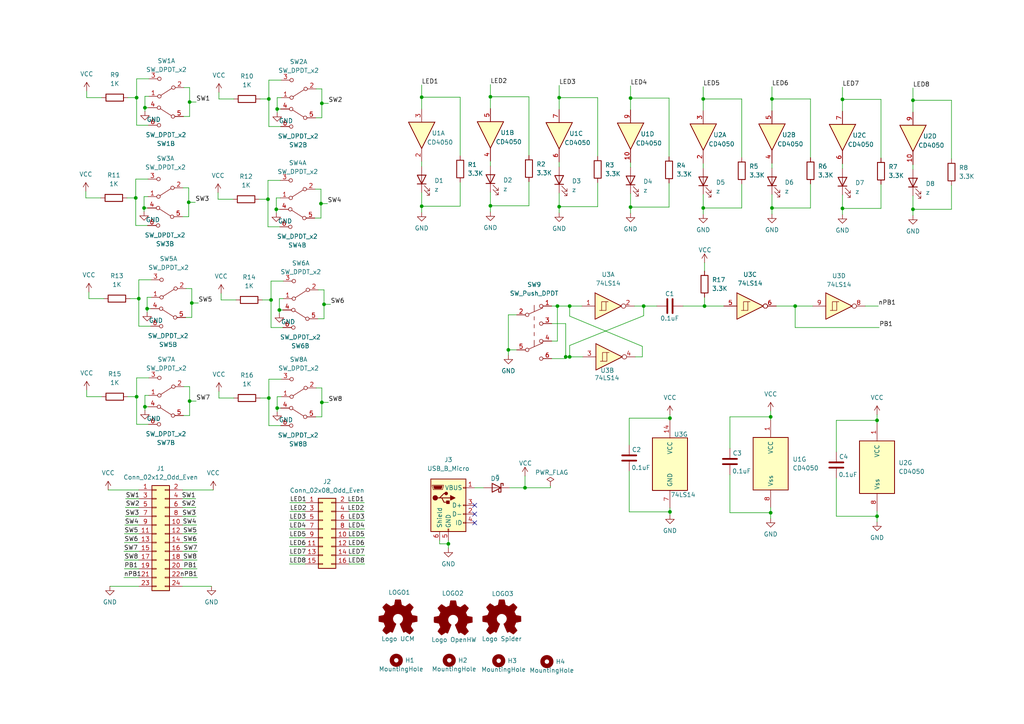
<source format=kicad_sch>
(kicad_sch (version 20211123) (generator eeschema)
  (paper "A4")
  (title_block (title "Spider board") (rev "1.0"))
  (junction (at 93.98 88.265))
  (junction (at 39.37 57.404))
  (junction (at 223.52 148.717))
  (junction (at 80.391 118.364))
  (junction (at 147.447 101.473))
  (junction (at 42.037 31.242))
  (junction (at 122.301 28.194))
  (junction (at 80.391 31.623))
  (junction (at 264.795 60.706))
  (junction (at 186.69 88.773))
  (junction (at 55.626 87.884))
  (junction (at 54.991 29.591))
  (junction (at 223.901 28.702))
  (junction (at 203.962 28.702))
  (junction (at 230.632 88.773))
  (junction (at 42.672 89.535))
  (junction (at 77.978 28.702))
  (junction (at 244.348 60.452))
  (junction (at 182.88 28.448))
  (junction (at 165.227 103.505))
  (junction (at 130.048 157.734))
  (junction (at 93.091 59.055))
  (junction (at 223.901 60.325))
  (junction (at 223.52 120.904))
  (junction (at 54.991 116.332))
  (junction (at 122.301 59.817))
  (junction (at 142.24 59.69))
  (junction (at 264.795 29.083))
  (junction (at 93.345 116.713))
  (junction (at 194.31 121.285))
  (junction (at 42.037 117.983))
  (junction (at 254.381 121.92))
  (junction (at 39.624 115.062))
  (junction (at 77.724 57.785))
  (junction (at 93.345 29.972))
  (junction (at 204.343 88.773))
  (junction (at 162.179 28.321))
  (junction (at 152.273 141.478))
  (junction (at 54.737 58.674))
  (junction (at 40.259 86.614))
  (junction (at 142.24 28.067))
  (junction (at 164.084 103.505))
  (junction (at 81.026 89.916))
  (junction (at 162.179 59.944))
  (junction (at 165.227 88.773))
  (junction (at 39.624 28.321))
  (junction (at 254.381 149.733))
  (junction (at 161.671 88.773))
  (junction (at 203.962 60.325))
  (junction (at 244.348 28.829))
  (junction (at 77.978 115.443))
  (junction (at 194.31 148.463))
  (junction (at 78.613 86.995))
  (junction (at 182.88 60.071))
  (junction (at 80.137 60.706))
  (junction (at 41.783 60.325))
  (no_connect (at 137.668 146.558))
  (no_connect (at 137.668 149.098))
  (no_connect (at 137.668 151.638))
  (wire (pts (xy 55.626 92.075) (xy 53.848 92.075)))
  (wire (pts (xy 230.632 88.773) (xy 235.712 88.773)))
  (wire (pts (xy 93.345 120.904) (xy 91.567 120.904)))
  (wire (pts (xy 77.978 23.241) (xy 77.978 28.702)))
  (wire (pts (xy 43.053 31.242) (xy 42.037 31.242)))
  (wire (pts (xy 203.962 25.146) (xy 203.962 28.702)))
  (wire (pts (xy 122.301 28.194) (xy 133.477 28.194)))
  (wire (pts (xy 39.624 28.321) (xy 39.624 36.322)))
  (wire (pts (xy 244.348 56.515) (xy 244.348 60.452)))
  (wire (pts (xy 36.068 154.813) (xy 40.259 154.813)))
  (wire (pts (xy 77.978 115.443) (xy 77.978 123.444)))
  (wire (pts (xy 54.737 54.483) (xy 54.737 58.674)))
  (wire (pts (xy 42.672 89.535) (xy 42.672 86.233)))
  (wire (pts (xy 43.18 109.601) (xy 39.624 109.601)))
  (wire (pts (xy 182.88 60.071) (xy 194.056 60.071)))
  (wire (pts (xy 244.348 47.498) (xy 244.348 48.895)))
  (wire (pts (xy 173.355 28.321) (xy 173.355 45.339)))
  (wire (pts (xy 93.98 92.456) (xy 92.202 92.456)))
  (wire (pts (xy 24.892 55.499) (xy 24.892 57.404)))
  (wire (pts (xy 81.407 31.623) (xy 80.391 31.623)))
  (wire (pts (xy 41.783 60.325) (xy 41.783 57.023)))
  (wire (pts (xy 76.073 86.995) (xy 78.613 86.995)))
  (wire (pts (xy 161.671 88.773) (xy 161.671 98.933)))
  (wire (pts (xy 39.624 115.062) (xy 39.624 123.063)))
  (wire (pts (xy 54.991 116.332) (xy 56.896 116.332)))
  (wire (pts (xy 242.57 131.064) (xy 242.57 121.92)))
  (wire (pts (xy 83.947 163.576) (xy 88.519 163.576)))
  (wire (pts (xy 264.795 32.512) (xy 264.795 29.083)))
  (wire (pts (xy 105.664 145.796) (xy 101.219 145.796)))
  (wire (pts (xy 40.259 94.615) (xy 43.688 94.615)))
  (wire (pts (xy 80.391 119.38) (xy 80.391 118.364)))
  (wire (pts (xy 78.613 86.995) (xy 78.613 94.996)))
  (wire (pts (xy 42.926 51.943) (xy 39.37 51.943)))
  (wire (pts (xy 203.962 60.325) (xy 203.962 62.103)))
  (wire (pts (xy 77.724 52.324) (xy 77.724 57.785)))
  (wire (pts (xy 63.246 55.88) (xy 63.246 57.785)))
  (wire (pts (xy 83.947 150.876) (xy 88.519 150.876)))
  (wire (pts (xy 42.037 31.242) (xy 42.037 27.94)))
  (wire (pts (xy 182.88 24.892) (xy 182.88 28.448)))
  (wire (pts (xy 162.179 24.765) (xy 162.179 28.321)))
  (wire (pts (xy 254.381 121.92) (xy 254.381 122.809)))
  (wire (pts (xy 264.795 25.527) (xy 264.795 29.083)))
  (wire (pts (xy 142.24 46.736) (xy 142.24 48.133)))
  (wire (pts (xy 55.626 87.884) (xy 55.626 92.075)))
  (wire (pts (xy 152.273 141.478) (xy 152.273 138.049)))
  (wire (pts (xy 203.962 60.325) (xy 215.138 60.325)))
  (wire (pts (xy 57.277 159.893) (xy 52.959 159.893)))
  (wire (pts (xy 53.086 54.483) (xy 54.737 54.483)))
  (wire (pts (xy 142.24 59.69) (xy 153.416 59.69)))
  (wire (pts (xy 182.499 148.463) (xy 194.31 148.463)))
  (wire (pts (xy 64.135 85.09) (xy 64.135 86.995)))
  (wire (pts (xy 84.074 148.336) (xy 88.519 148.336)))
  (wire (pts (xy 53.34 112.141) (xy 54.991 112.141)))
  (wire (pts (xy 105.791 150.876) (xy 101.219 150.876)))
  (wire (pts (xy 147.447 101.473) (xy 147.447 102.997)))
  (wire (pts (xy 223.901 56.388) (xy 223.901 60.325)))
  (wire (pts (xy 168.783 88.773) (xy 165.227 88.773)))
  (wire (pts (xy 43.053 117.983) (xy 42.037 117.983)))
  (wire (pts (xy 211.709 120.904) (xy 223.52 120.904)))
  (wire (pts (xy 130.048 157.734) (xy 130.048 159.004)))
  (wire (pts (xy 164.084 93.853) (xy 164.084 103.505)))
  (wire (pts (xy 147.828 141.478) (xy 152.273 141.478)))
  (wire (pts (xy 54.991 120.523) (xy 53.213 120.523)))
  (wire (pts (xy 130.048 156.718) (xy 130.048 157.734)))
  (wire (pts (xy 31.369 142.113) (xy 40.259 142.113)))
  (wire (pts (xy 235.077 53.34) (xy 235.077 60.325)))
  (wire (pts (xy 43.815 81.153) (xy 40.259 81.153)))
  (wire (pts (xy 165.227 100.203) (xy 186.69 91.567)))
  (wire (pts (xy 122.301 55.88) (xy 122.301 59.817)))
  (wire (pts (xy 223.901 47.371) (xy 223.901 48.768)))
  (wire (pts (xy 57.15 154.813) (xy 52.959 154.813)))
  (wire (pts (xy 142.24 24.511) (xy 142.24 28.067)))
  (wire (pts (xy 203.962 32.131) (xy 203.962 28.702)))
  (wire (pts (xy 54.737 62.865) (xy 52.959 62.865)))
  (wire (pts (xy 223.901 60.325) (xy 235.077 60.325)))
  (wire (pts (xy 152.273 141.478) (xy 159.639 141.478)))
  (wire (pts (xy 133.477 28.194) (xy 133.477 45.212)))
  (wire (pts (xy 127.508 157.734) (xy 130.048 157.734)))
  (wire (pts (xy 194.31 147.32) (xy 194.31 148.463)))
  (wire (pts (xy 142.24 59.69) (xy 142.24 61.468)))
  (wire (pts (xy 81.534 23.241) (xy 77.978 23.241)))
  (wire (pts (xy 198.12 88.773) (xy 204.343 88.773)))
  (wire (pts (xy 165.227 103.505) (xy 165.227 100.203)))
  (wire (pts (xy 57.023 152.273) (xy 52.959 152.273)))
  (wire (pts (xy 54.991 25.4) (xy 54.991 29.591)))
  (wire (pts (xy 264.795 56.769) (xy 264.795 60.706)))
  (wire (pts (xy 93.345 25.781) (xy 93.345 29.972)))
  (wire (pts (xy 182.499 129.032) (xy 182.499 121.285)))
  (wire (pts (xy 39.624 36.322) (xy 43.053 36.322)))
  (wire (pts (xy 211.709 130.048) (xy 211.709 120.904)))
  (wire (pts (xy 162.179 46.99) (xy 162.179 48.387)))
  (wire (pts (xy 149.86 101.473) (xy 147.447 101.473)))
  (wire (pts (xy 56.769 147.066) (xy 56.769 147.193)))
  (wire (pts (xy 127.508 156.718) (xy 127.508 157.734)))
  (wire (pts (xy 93.091 59.055) (xy 94.996 59.055)))
  (wire (pts (xy 242.57 121.92) (xy 254.381 121.92)))
  (wire (pts (xy 122.301 24.638) (xy 122.301 28.194)))
  (wire (pts (xy 36.449 144.653) (xy 40.259 144.653)))
  (wire (pts (xy 142.24 28.067) (xy 153.416 28.067)))
  (wire (pts (xy 25.146 26.416) (xy 25.146 28.321)))
  (wire (pts (xy 36.068 157.353) (xy 40.259 157.353)))
  (wire (pts (xy 63.5 113.538) (xy 63.5 115.443)))
  (wire (pts (xy 186.309 100.457) (xy 186.309 103.505)))
  (wire (pts (xy 244.348 60.452) (xy 255.524 60.452)))
  (wire (pts (xy 43.18 22.86) (xy 39.624 22.86)))
  (wire (pts (xy 36.068 164.973) (xy 40.259 164.973)))
  (wire (pts (xy 186.309 103.505) (xy 184.277 103.505)))
  (wire (pts (xy 204.343 88.773) (xy 204.343 86.233)))
  (wire (pts (xy 52.959 147.193) (xy 56.769 147.193)))
  (wire (pts (xy 105.791 158.496) (xy 101.219 158.496)))
  (wire (pts (xy 25.146 113.157) (xy 25.146 115.062)))
  (wire (pts (xy 244.348 28.829) (xy 255.524 28.829)))
  (wire (pts (xy 40.259 147.193) (xy 36.449 147.193)))
  (wire (pts (xy 223.52 120.904) (xy 223.52 121.793)))
  (wire (pts (xy 137.668 141.478) (xy 140.208 141.478)))
  (wire (pts (xy 42.037 114.681) (xy 43.18 114.681)))
  (wire (pts (xy 93.345 34.163) (xy 91.567 34.163)))
  (wire (pts (xy 81.534 109.982) (xy 77.978 109.982)))
  (wire (pts (xy 83.947 158.496) (xy 88.519 158.496)))
  (wire (pts (xy 41.783 61.341) (xy 41.783 60.325)))
  (wire (pts (xy 54.991 116.332) (xy 54.991 120.523)))
  (wire (pts (xy 122.301 31.623) (xy 122.301 28.194)))
  (wire (pts (xy 39.624 109.601) (xy 39.624 115.062)))
  (wire (pts (xy 63.5 28.702) (xy 67.818 28.702)))
  (wire (pts (xy 255.524 28.829) (xy 255.524 45.847)))
  (wire (pts (xy 244.348 25.273) (xy 244.348 28.829)))
  (wire (pts (xy 264.795 47.752) (xy 264.795 49.149)))
  (wire (pts (xy 264.795 60.706) (xy 275.971 60.706)))
  (wire (pts (xy 142.24 55.753) (xy 142.24 59.69)))
  (wire (pts (xy 182.88 28.448) (xy 194.056 28.448)))
  (wire (pts (xy 230.632 88.773) (xy 230.632 94.996)))
  (wire (pts (xy 54.991 112.141) (xy 54.991 116.332)))
  (wire (pts (xy 182.88 60.071) (xy 182.88 61.849)))
  (wire (pts (xy 75.438 115.443) (xy 77.978 115.443)))
  (wire (pts (xy 105.791 161.036) (xy 101.219 161.036)))
  (wire (pts (xy 83.947 161.036) (xy 88.519 161.036)))
  (wire (pts (xy 92.329 84.074) (xy 93.98 84.074)))
  (wire (pts (xy 194.31 121.285) (xy 194.31 121.92)))
  (wire (pts (xy 37.719 86.614) (xy 40.259 86.614)))
  (wire (pts (xy 75.438 28.702) (xy 77.978 28.702)))
  (wire (pts (xy 254.381 148.209) (xy 254.381 149.733)))
  (wire (pts (xy 204.343 88.773) (xy 209.931 88.773)))
  (wire (pts (xy 56.769 144.653) (xy 52.959 144.653)))
  (wire (pts (xy 275.971 29.083) (xy 275.971 46.101)))
  (wire (pts (xy 61.341 170.053) (xy 52.959 170.053)))
  (wire (pts (xy 57.15 157.353) (xy 52.959 157.353)))
  (wire (pts (xy 162.179 59.944) (xy 173.355 59.944)))
  (wire (pts (xy 81.026 90.932) (xy 81.026 89.916)))
  (wire (pts (xy 160.02 98.933) (xy 161.671 98.933)))
  (wire (pts (xy 93.98 88.265) (xy 93.98 92.456)))
  (wire (pts (xy 80.391 28.321) (xy 81.534 28.321)))
  (wire (pts (xy 223.52 147.193) (xy 223.52 148.717)))
  (wire (pts (xy 83.947 155.956) (xy 88.519 155.956)))
  (wire (pts (xy 81.026 89.916) (xy 81.026 86.614)))
  (wire (pts (xy 235.077 28.702) (xy 235.077 45.72)))
  (wire (pts (xy 93.345 116.713) (xy 95.25 116.713)))
  (wire (pts (xy 77.978 123.444) (xy 81.407 123.444)))
  (wire (pts (xy 56.896 149.733) (xy 52.959 149.733)))
  (wire (pts (xy 186.69 88.773) (xy 190.5 88.773)))
  (wire (pts (xy 54.737 58.674) (xy 54.737 62.865)))
  (wire (pts (xy 78.613 81.534) (xy 78.613 86.995)))
  (wire (pts (xy 153.416 28.067) (xy 153.416 45.085)))
  (wire (pts (xy 182.88 47.117) (xy 182.88 48.514)))
  (wire (pts (xy 91.44 54.864) (xy 93.091 54.864)))
  (wire (pts (xy 54.737 58.674) (xy 56.642 58.674)))
  (wire (pts (xy 105.791 163.576) (xy 101.219 163.576)))
  (wire (pts (xy 53.34 25.4) (xy 54.991 25.4)))
  (wire (pts (xy 77.724 57.785) (xy 77.724 65.786)))
  (wire (pts (xy 80.137 60.706) (xy 80.137 57.404)))
  (wire (pts (xy 93.98 88.265) (xy 95.885 88.265)))
  (wire (pts (xy 215.138 28.702) (xy 215.138 45.72)))
  (wire (pts (xy 264.795 60.706) (xy 264.795 62.484)))
  (wire (pts (xy 35.941 159.893) (xy 40.259 159.893)))
  (wire (pts (xy 244.348 32.258) (xy 244.348 28.829)))
  (wire (pts (xy 160.02 104.013) (xy 164.084 104.013)))
  (wire (pts (xy 162.179 28.321) (xy 173.355 28.321)))
  (wire (pts (xy 54.991 33.782) (xy 53.213 33.782)))
  (wire (pts (xy 80.391 31.623) (xy 80.391 28.321)))
  (wire (pts (xy 39.37 65.405) (xy 42.799 65.405)))
  (wire (pts (xy 42.672 86.233) (xy 43.815 86.233)))
  (wire (pts (xy 122.301 59.817) (xy 122.301 61.595)))
  (wire (pts (xy 36.83 57.404) (xy 39.37 57.404)))
  (wire (pts (xy 242.57 138.684) (xy 242.57 149.733)))
  (wire (pts (xy 165.227 91.694) (xy 186.309 100.457)))
  (wire (pts (xy 40.259 81.153) (xy 40.259 86.614)))
  (wire (pts (xy 147.447 101.473) (xy 147.447 91.313)))
  (wire (pts (xy 80.391 115.062) (xy 81.534 115.062)))
  (wire (pts (xy 25.781 86.614) (xy 30.099 86.614)))
  (wire (pts (xy 24.892 57.404) (xy 29.21 57.404)))
  (wire (pts (xy 91.694 112.522) (xy 93.345 112.522)))
  (wire (pts (xy 182.499 136.652) (xy 182.499 148.463)))
  (wire (pts (xy 203.962 56.388) (xy 203.962 60.325)))
  (wire (pts (xy 93.091 59.055) (xy 93.091 63.246)))
  (wire (pts (xy 254.381 120.269) (xy 254.381 121.92)))
  (wire (pts (xy 162.179 56.007) (xy 162.179 59.944)))
  (wire (pts (xy 25.146 28.321) (xy 29.464 28.321)))
  (wire (pts (xy 223.901 28.702) (xy 235.077 28.702)))
  (wire (pts (xy 225.171 88.773) (xy 230.632 88.773)))
  (wire (pts (xy 162.179 59.944) (xy 162.179 61.722)))
  (wire (pts (xy 36.322 149.733) (xy 40.259 149.733)))
  (wire (pts (xy 244.348 60.452) (xy 244.348 62.23)))
  (wire (pts (xy 203.962 28.702) (xy 215.138 28.702)))
  (wire (pts (xy 93.345 29.972) (xy 93.345 34.163)))
  (wire (pts (xy 53.975 83.693) (xy 55.626 83.693)))
  (wire (pts (xy 63.5 26.797) (xy 63.5 28.702)))
  (wire (pts (xy 93.345 29.972) (xy 95.25 29.972)))
  (wire (pts (xy 42.037 117.983) (xy 42.037 114.681)))
  (wire (pts (xy 39.37 51.943) (xy 39.37 57.404)))
  (wire (pts (xy 36.449 147.066) (xy 36.449 147.193)))
  (wire (pts (xy 250.952 88.773) (xy 254.762 88.773)))
  (wire (pts (xy 194.31 120.269) (xy 194.31 121.285)))
  (wire (pts (xy 105.791 153.416) (xy 101.219 153.416)))
  (wire (pts (xy 160.02 93.853) (xy 164.084 93.853)))
  (wire (pts (xy 91.694 25.781) (xy 93.345 25.781)))
  (wire (pts (xy 194.056 53.086) (xy 194.056 60.071)))
  (wire (pts (xy 43.688 89.535) (xy 42.672 89.535)))
  (wire (pts (xy 105.664 148.336) (xy 101.219 148.336)))
  (wire (pts (xy 57.277 167.513) (xy 52.959 167.513)))
  (wire (pts (xy 223.52 148.717) (xy 223.52 150.368)))
  (wire (pts (xy 83.947 153.416) (xy 88.519 153.416)))
  (wire (pts (xy 162.179 31.75) (xy 162.179 28.321)))
  (wire (pts (xy 25.781 84.709) (xy 25.781 86.614)))
  (wire (pts (xy 39.624 22.86) (xy 39.624 28.321)))
  (wire (pts (xy 42.037 118.999) (xy 42.037 117.983)))
  (wire (pts (xy 77.978 36.703) (xy 81.407 36.703)))
  (wire (pts (xy 37.084 28.321) (xy 39.624 28.321)))
  (wire (pts (xy 223.901 60.325) (xy 223.901 62.103)))
  (wire (pts (xy 57.15 162.433) (xy 52.959 162.433)))
  (wire (pts (xy 122.301 59.817) (xy 133.477 59.817)))
  (wire (pts (xy 84.074 145.796) (xy 88.519 145.796)))
  (wire (pts (xy 42.672 90.551) (xy 42.672 89.535)))
  (wire (pts (xy 39.37 57.404) (xy 39.37 65.405)))
  (wire (pts (xy 93.091 63.246) (xy 91.313 63.246)))
  (wire (pts (xy 42.037 32.258) (xy 42.037 31.242)))
  (wire (pts (xy 211.709 137.668) (xy 211.709 148.717)))
  (wire (pts (xy 93.345 112.522) (xy 93.345 116.713)))
  (wire (pts (xy 182.499 121.285) (xy 194.31 121.285)))
  (wire (pts (xy 41.783 57.023) (xy 42.926 57.023)))
  (wire (pts (xy 36.068 162.433) (xy 40.259 162.433)))
  (wire (pts (xy 204.343 76.2) (xy 204.343 78.613)))
  (wire (pts (xy 80.391 118.364) (xy 80.391 115.062)))
  (wire (pts (xy 80.137 57.404) (xy 81.28 57.404)))
  (wire (pts (xy 122.301 46.863) (xy 122.301 48.26)))
  (wire (pts (xy 105.791 155.956) (xy 101.219 155.956)))
  (wire (pts (xy 153.416 52.705) (xy 153.416 59.69)))
  (wire (pts (xy 81.28 52.324) (xy 77.724 52.324)))
  (wire (pts (xy 77.724 65.786) (xy 81.153 65.786)))
  (wire (pts (xy 31.877 170.053) (xy 40.259 170.053)))
  (wire (pts (xy 42.799 60.325) (xy 41.783 60.325)))
  (wire (pts (xy 161.671 88.773) (xy 165.227 88.773)))
  (wire (pts (xy 82.042 89.916) (xy 81.026 89.916)))
  (wire (pts (xy 159.639 141.478) (xy 159.639 140.97)))
  (wire (pts (xy 25.146 115.062) (xy 29.464 115.062)))
  (wire (pts (xy 223.901 25.146) (xy 223.901 28.702)))
  (wire (pts (xy 42.037 27.94) (xy 43.18 27.94)))
  (wire (pts (xy 75.184 57.785) (xy 77.724 57.785)))
  (wire (pts (xy 194.31 148.463) (xy 194.31 149.352)))
  (wire (pts (xy 77.978 28.702) (xy 77.978 36.703)))
  (wire (pts (xy 230.632 94.996) (xy 255.016 94.996)))
  (wire (pts (xy 203.962 47.371) (xy 203.962 48.768)))
  (wire (pts (xy 254.381 149.733) (xy 254.381 151.384)))
  (wire (pts (xy 55.626 87.884) (xy 57.531 87.884)))
  (wire (pts (xy 165.227 88.773) (xy 165.227 91.694)))
  (wire (pts (xy 78.613 94.996) (xy 82.042 94.996)))
  (wire (pts (xy 160.02 88.773) (xy 161.671 88.773)))
  (wire (pts (xy 37.084 115.062) (xy 39.624 115.062)))
  (wire (pts (xy 147.447 91.313) (xy 149.86 91.313)))
  (wire (pts (xy 194.056 28.448) (xy 194.056 45.466)))
  (wire (pts (xy 223.52 119.253) (xy 223.52 120.904)))
  (wire (pts (xy 215.138 53.34) (xy 215.138 60.325)))
  (wire (pts (xy 142.24 31.496) (xy 142.24 28.067)))
  (wire (pts (xy 93.091 54.864) (xy 93.091 59.055)))
  (wire (pts (xy 164.084 103.505) (xy 164.084 104.013)))
  (wire (pts (xy 40.259 86.614) (xy 40.259 94.615)))
  (wire (pts (xy 223.901 32.131) (xy 223.901 28.702)))
  (wire (pts (xy 169.037 103.505) (xy 165.227 103.505)))
  (wire (pts (xy 186.69 88.773) (xy 184.023 88.773)))
  (wire (pts (xy 64.135 86.995) (xy 68.453 86.995)))
  (wire (pts (xy 57.15 164.973) (xy 52.959 164.973)))
  (wire (pts (xy 63.246 57.785) (xy 67.564 57.785)))
  (wire (pts (xy 82.169 81.534) (xy 78.613 81.534)))
  (wire (pts (xy 275.971 53.721) (xy 275.971 60.706)))
  (wire (pts (xy 182.88 56.134) (xy 182.88 60.071)))
  (wire (pts (xy 133.477 52.832) (xy 133.477 59.817)))
  (wire (pts (xy 80.391 32.639) (xy 80.391 31.623)))
  (wire (pts (xy 211.709 148.717) (xy 223.52 148.717)))
  (wire (pts (xy 255.524 53.467) (xy 255.524 60.452)))
  (wire (pts (xy 81.407 118.364) (xy 80.391 118.364)))
  (wire (pts (xy 63.5 115.443) (xy 67.818 115.443)))
  (wire (pts (xy 186.69 91.567) (xy 186.69 88.773)))
  (wire (pts (xy 61.849 142.113) (xy 52.959 142.113)))
  (wire (pts (xy 77.978 109.982) (xy 77.978 115.443)))
  (wire (pts (xy 55.626 83.693) (xy 55.626 87.884)))
  (wire (pts (xy 39.624 123.063) (xy 43.053 123.063)))
  (wire (pts (xy 182.88 31.877) (xy 182.88 28.448)))
  (wire (pts (xy 35.941 167.513) (xy 40.259 167.513)))
  (wire (pts (xy 242.57 149.733) (xy 254.381 149.733)))
  (wire (pts (xy 81.153 60.706) (xy 80.137 60.706)))
  (wire (pts (xy 54.991 29.591) (xy 56.896 29.591)))
  (wire (pts (xy 93.98 84.074) (xy 93.98 88.265)))
  (wire (pts (xy 36.195 152.273) (xy 40.259 152.273)))
  (wire (pts (xy 93.345 116.713) (xy 93.345 120.904)))
  (wire (pts (xy 81.026 86.614) (xy 82.169 86.614)))
  (wire (pts (xy 173.355 52.959) (xy 173.355 59.944)))
  (wire (pts (xy 80.137 61.722) (xy 80.137 60.706)))
  (wire (pts (xy 264.795 29.083) (xy 275.971 29.083)))
  (wire (pts (xy 164.084 103.505) (xy 165.227 103.505)))
  (wire (pts (xy 54.991 29.591) (xy 54.991 33.782)))
  (label "LED5" (at 105.791 155.956 180))
  (label "SW5" (at 57.15 154.813 180))
  (label "LED1" (at 84.074 145.796 0))
  (label "LED8" (at 83.947 163.576 0))
  (label "LED6" (at 83.947 158.496 0))
  (label "LED2" (at 142.24 24.511 0))
  (label "PB1" (at 255.016 94.996 0))
  (label "LED3" (at 83.947 150.876 0))
  (label "LED6" (at 223.901 25.146 0))
  (label "LED3" (at 162.179 24.765 0))
  (label "SW2" (at 56.769 147.066 180))
  (label "SW8" (at 95.25 116.713 0))
  (label "LED4" (at 182.88 24.892 0))
  (label "SW6" (at 36.068 157.353 0))
  (label "LED1" (at 122.301 24.638 0))
  (label "SW3" (at 56.896 149.733 180))
  (label "SW1" (at 56.896 29.591 0))
  (label "LED7" (at 83.947 161.036 0))
  (label "nPB1" (at 254.762 88.773 0))
  (label "LED8" (at 105.791 163.576 180))
  (label "LED8" (at 264.795 25.527 0))
  (label "LED2" (at 105.664 148.336 180))
  (label "LED4" (at 83.947 153.416 0))
  (label "SW2" (at 95.25 29.972 0))
  (label "PB1" (at 57.15 164.973 180))
  (label "SW1" (at 36.449 144.653 0))
  (label "nPB1" (at 57.277 167.513 180))
  (label "SW1" (at 56.769 144.653 180))
  (label "PB1" (at 36.068 164.973 0))
  (label "SW7" (at 35.941 159.893 0))
  (label "SW5" (at 36.068 154.813 0))
  (label "SW4" (at 36.195 152.273 0))
  (label "nPB1" (at 35.941 167.513 0))
  (label "SW4" (at 94.996 59.055 0))
  (label "SW3" (at 36.322 149.733 0))
  (label "SW2" (at 36.449 147.066 0))
  (label "LED4" (at 105.791 153.416 180))
  (label "LED7" (at 105.791 161.036 180))
  (label "LED3" (at 105.791 150.876 180))
  (label "SW7" (at 56.896 116.332 0))
  (label "LED5" (at 83.947 155.956 0))
  (label "LED1" (at 105.664 145.796 180))
  (label "LED5" (at 203.962 25.146 0))
  (label "SW7" (at 57.277 159.893 180))
  (label "LED7" (at 244.348 25.273 0))
  (label "SW4" (at 57.023 152.273 180))
  (label "SW6" (at 95.885 88.265 0))
  (label "SW8" (at 57.15 162.433 180))
  (label "SW6" (at 57.15 157.353 180))
  (label "SW5" (at 57.531 87.884 0))
  (label "SW3" (at 56.642 58.674 0))
  (label "LED2" (at 84.074 148.336 0))
  (label "LED6" (at 105.791 158.496 180))
  (label "SW8" (at 36.068 162.433 0))
  (symbol (lib_id "Spiderlib:CD4050") (at 122.301 39.243 270) (unit 1)
    (property "Reference" "U1" (at 125.222 38.608 90) (effects (justify left)))
    (property "Value" "CD4050" (at 123.825 41.275 90) (effects (justify left)))
    (property "Footprint" "Package_SO:SOIC-16W_7.5x10.3mm_P1.27mm" (effects hide))
    (property "Datasheet" "http://www.ti.com/general/docs/suppproductinfo.tsp?distId=26&gotoUrl=http%3A%2F%2Fwww.ti.com%2Flit%2Fgpn%2Fcd4050b" (effects hide))
    (property "MPN" "CD4050BDW" (effects hide))
    (property "Manufacturer" "Texas Instruments" (effects hide))
    (property "Part Link" "https://www.mouser.es/ProductDetail/Texas-Instruments/CD4050BDW?qs=UFeyouyReuFtQw34vnZWGA%3D%3D" (effects hide))
  )
  (symbol (lib_id "Device:R") (at 255.524 49.657 0) (unit 1)
    (property "Reference" "R7" (at 257.683 48.3869 0) (effects (justify left)))
    (property "Value" "3.3K" (at 257.683 50.9269 0) (effects (justify left)))
    (property "Footprint" "Resistor_SMD:R_0805_2012Metric_Pad1.20x1.40mm_HandSolder" (effects hide))
    (property "Datasheet" "https://www.mouser.es/datasheet/2/315/AOA0000C328-1530132.pdf" (effects hide))
    (property "MPN" "ERJ-PB6B3303V" (effects hide))
    (property "Manufacturer" "Panasonic" (effects hide))
    (property "Part Link" "https://www.mouser.es/ProductDetail/Panasonic/ERJ-PB6B3303V?qs=sGAEpiMZZMvdGkrng054t7cDzLmcuirtNBvSLtmfMmYl77joTwPJ5A%3D%3D" (effects hide))
  )
  (symbol (lib_id "power:GND") (at 264.795 62.484 0) (unit 1)
    (property "Reference" "#PWR010" (effects hide))
    (property "Value" "GND" (at 264.795 67.056 0))
  )
  (symbol (lib_id "power:GND") (at 182.88 61.849 0) (unit 1)
    (property "Reference" "#PWR06" (effects hide))
    (property "Value" "GND" (at 182.88 66.421 0))
  )
  (symbol (lib_id "Device:LED") (at 264.795 52.959 90) (unit 1)
    (property "Reference" "D8" (at 268.478 53.2764 90) (effects (justify right)))
    (property "Value" "z" (at 268.478 55.8164 90) (effects (justify right)))
    (property "Footprint" "LED_SMD:LED_0603_1608Metric_Pad1.05x0.95mm_HandSolder" (effects hide))
    (property "Datasheet" "https://www.mouser.es/datasheet/2/239/lite-on_lite-s-a0004283979-1-1749859.pdf" (effects hide))
    (property "MPN" "LTST-C193KRKT-2A" (effects hide))
    (property "Manufacturer" "Lite-On" (effects hide))
    (property "Part Link" "https://www.mouser.es/ProductDetail/Lite-On/LTST-C193KRKT-2A?qs=gTYE2QTfZfR%2Fn%2F75wQdYig%3D%3D" (effects hide))
  )
  (symbol (lib_id "Graphic:Logo_Open_Hardware_Small") (at 115.443 179.578 0) (unit 1) (in_bom no)
    (property "Reference" "LOGO1" (at 115.824 171.831 0))
    (property "Value" "Logo UCM" (at 115.443 185.293 0))
    (property "Footprint" "spider:UCMLogo_169_169" (effects hide))
  )
  (symbol (lib_id "Mechanical:MountingHole") (at 130.302 191.516 0) (unit 1) (in_bom no)
    (property "Reference" "H2" (at 132.842 191.516 0) (effects (justify left)))
    (property "Value" "MountingHole" (at 125.222 194.056 0) (effects (justify left)))
    (property "Footprint" "MountingHole:MountingHole_2.7mm_M2.5" (effects hide))
  )
  (symbol (lib_id "power:GND") (at 130.048 159.004 0) (unit 1)
    (property "Reference" "#PWR033" (effects hide))
    (property "Value" "GND" (at 130.048 163.576 0))
  )
  (symbol (lib_id "Connector_Generic:Conn_02x12_Odd_Even") (at 45.339 154.813 0) (unit 1)
    (property "Reference" "J1" (at 46.609 135.89 0))
    (property "Value" "Conn_02x12_Odd_Even" (at 46.609 138.43 0))
    (property "Footprint" "Connector_PinHeader_2.54mm:PinHeader_2x12_P2.54mm_Vertical_SMD" (effects hide))
    (property "Datasheet" "https://www.mouser.es/datasheet/2/527/ssm_sm-2853675.pdf" (effects hide))
    (property "MPN" "SSM-112-L-DV" (effects hide))
    (property "Manufacturer" "Samtec" (effects hide))
    (property "Part Link" "https://www.mouser.es/ProductDetail/Samtec/SSM-112-L-DV?qs=rU5fayqh%252BE2aaOd7i0%2Fauw%3D%3D" (effects hide))
  )
  (symbol (lib_id "Device:C") (at 194.31 88.773 90) (unit 1)
    (property "Reference" "C1" (at 195.58 85.217 90) (effects (justify left)))
    (property "Value" "0.1uF" (at 196.977 92.329 90) (effects (justify left)))
    (property "Footprint" "Capacitor_SMD:C_0603_1608Metric_Pad1.08x0.95mm_HandSolder" (effects hide))
    (property "Datasheet" "https://www.mouser.es/datasheet/2/212/KEM_C1002_X7R_SMD-1102033.pdf" (effects hide))
    (property "MPN" "C0603C104J4RACTU" (effects hide))
    (property "Manufacturer" "KEMET" (effects hide))
    (property "Part Link" "https://www.mouser.es/ProductDetail/KEMET/C0603C104J4RACTU?qs=kWB%252BwhWP5%2Ff1r72Va246xA%3D%3D" (effects hide))
  )
  (symbol (lib_id "Diode:MBRA340") (at 144.018 141.478 0) (mirror y) (unit 1)
    (property "Reference" "D9" (at 143.637 138.811 0))
    (property "Value" "~" (at 144.3355 137.795 0))
    (property "Footprint" "Diode_SMD:D_SMA" (effects hide))
    (property "Datasheet" "https://www.mouser.es/datasheet/2/115/DIOD_S_A0012994412_1-2543853.pdf" (effects hide))
    (property "MPN" "B340AE-13" (effects hide))
    (property "Manufacturer" "Diodes Incorporated" (effects hide))
    (property "Part Link" "https://www.mouser.es/ProductDetail/Diodes-Incorporated/B340AE-13?qs=AQlKX63v8RvAST10fNtOkQ%3D%3D" (effects hide))
  )
  (symbol (lib_id "power:GND") (at 147.447 102.997 0) (unit 1)
    (property "Reference" "#PWR031" (effects hide))
    (property "Value" "GND" (at 147.447 107.569 0))
  )
  (symbol (lib_id "Spiderlib:CD4050") (at 223.901 39.751 270) (unit 2)
    (property "Reference" "U2" (at 226.822 39.116 90) (effects (justify left)))
    (property "Value" "CD4050" (at 225.425 41.783 90) (effects (justify left)))
    (property "Footprint" "Package_SO:SOIC-16W_7.5x10.3mm_P1.27mm" (effects hide))
    (property "Datasheet" "http://www.ti.com/general/docs/suppproductinfo.tsp?distId=26&gotoUrl=http%3A%2F%2Fwww.ti.com%2Flit%2Fgpn%2Fcd4050b" (effects hide))
    (property "MPN" "CD4050BDW" (effects hide))
    (property "Manufacturer" "Texas Instruments" (effects hide))
    (property "Part Link" "https://www.mouser.es/ProductDetail/Texas-Instruments/CD4050BDW?qs=UFeyouyReuFtQw34vnZWGA%3D%3D" (effects hide))
  )
  (symbol (lib_id "74xx:74LS14") (at 217.551 88.773 0) (unit 3)
    (property "Reference" "U3" (at 217.551 79.629 0))
    (property "Value" "74LS14" (at 217.551 82.169 0))
    (property "Footprint" "Package_SO:SSOP-14_5.3x6.2mm_P0.65mm" (effects hide))
    (property "Datasheet" "http://www.ti.com/general/docs/suppproductinfo.tsp?distId=26&gotoUrl=http%3A%2F%2Fwww.ti.com%2Flit%2Fgpn%2Fsn74ls14" (effects hide))
    (property "Part Link" "https://www.mouser.es/ProductDetail/Texas-Instruments/SN74LS14DBR?qs=SL3LIuy2dWzQNDnjh1maBg%3D%3D" (effects hide))
    (property "MPN" "SN74LS14DBR" (effects hide))
    (property "Manufacturer" "Texas Instruments" (effects hide))
  )
  (symbol (lib_id "power:GND") (at 42.037 32.258 0) (unit 1)
    (property "Reference" "#PWR014" (effects hide))
    (property "Value" "GND" (at 44.577 34.671 0))
  )
  (symbol (lib_id "power:GND") (at 142.24 61.468 0) (unit 1)
    (property "Reference" "#PWR04" (effects hide))
    (property "Value" "GND" (at 142.24 66.04 0))
  )
  (symbol (lib_id "power:VCC") (at 194.31 120.269 0) (unit 1)
    (property "Reference" "#PWR029" (effects hide))
    (property "Value" "VCC" (at 194.31 115.316 0))
  )
  (symbol (lib_id "Switch:SW_DPDT_x2") (at 48.895 83.693 180) (unit 1)
    (property "Reference" "SW5" (at 48.895 75.057 0))
    (property "Value" "SW_DPDT_x2" (at 48.895 77.597 0))
    (property "Footprint" "spider:SW_DPDT" (effects hide))
    (property "Datasheet" "https://www.mouser.es/datasheet/2/60/js-1841892.pdf" (effects hide))
    (property "MPN" "JS202011SCQN" (effects hide))
    (property "Manufacturer" "C&K" (effects hide))
    (property "Part Link" "https://www.mouser.es/ProductDetail/CK/JS202011SCQN?qs=LgMIjt8LuD95JYWxZ7NvZA%3D%3D" (effects hide))
  )
  (symbol (lib_id "Switch:SW_DPDT_x2") (at 86.233 63.246 0) (mirror y) (unit 2)
    (property "Reference" "SW4" (at 86.233 71.12 0))
    (property "Value" "SW_DPDT_x2" (at 86.233 68.58 0))
    (property "Footprint" "spider:SW_DPDT" (effects hide))
    (property "Datasheet" "https://www.mouser.es/datasheet/2/60/js-1841892.pdf" (effects hide))
    (property "MPN" "JS202011SCQN" (effects hide))
    (property "Manufacturer" "C&K" (effects hide))
    (property "Part Link" "https://www.mouser.es/ProductDetail/CK/JS202011SCQN?qs=LgMIjt8LuD95JYWxZ7NvZA%3D%3D" (effects hide))
  )
  (symbol (lib_id "power:VCC") (at 25.146 26.416 0) (unit 1)
    (property "Reference" "#PWR013" (effects hide))
    (property "Value" "VCC" (at 25.146 21.463 0))
  )
  (symbol (lib_id "Graphic:Logo_Open_Hardware_Small") (at 145.542 179.578 0) (unit 1) (in_bom no)
    (property "Reference" "LOGO3" (at 145.796 172.212 0))
    (property "Value" "Logo Spider" (at 145.542 185.293 0))
    (property "Footprint" "spider:spider_logo" (effects hide))
  )
  (symbol (lib_id "power:VCC") (at 25.781 84.709 0) (unit 1)
    (property "Reference" "#PWR021" (effects hide))
    (property "Value" "VCC" (at 25.781 79.756 0))
  )
  (symbol (lib_id "Spiderlib:CD4050") (at 182.88 39.497 270) (unit 4)
    (property "Reference" "U1" (at 185.801 38.862 90) (effects (justify left)))
    (property "Value" "CD4050" (at 184.404 41.529 90) (effects (justify left)))
    (property "Footprint" "Package_SO:SOIC-16W_7.5x10.3mm_P1.27mm" (effects hide))
    (property "Datasheet" "http://www.ti.com/general/docs/suppproductinfo.tsp?distId=26&gotoUrl=http%3A%2F%2Fwww.ti.com%2Flit%2Fgpn%2Fcd4050b" (effects hide))
    (property "MPN" "CD4050BDW" (effects hide))
    (property "Manufacturer" "Texas Instruments" (effects hide))
    (property "Part Link" "https://www.mouser.es/ProductDetail/Texas-Instruments/CD4050BDW?qs=UFeyouyReuFtQw34vnZWGA%3D%3D" (effects hide))
  )
  (symbol (lib_id "Mechanical:MountingHole") (at 158.623 191.897 0) (unit 1) (in_bom no)
    (property "Reference" "H4" (at 161.163 191.897 0) (effects (justify left)))
    (property "Value" "MountingHole" (at 153.543 194.437 0) (effects (justify left)))
    (property "Footprint" "MountingHole:MountingHole_2.7mm_M2.5" (effects hide))
  )
  (symbol (lib_id "Device:LED") (at 142.24 51.943 90) (unit 1)
    (property "Reference" "D2" (at 145.923 52.2604 90) (effects (justify right)))
    (property "Value" "z" (at 145.923 54.8004 90) (effects (justify right)))
    (property "Footprint" "LED_SMD:LED_0603_1608Metric_Pad1.05x0.95mm_HandSolder" (effects hide))
    (property "Datasheet" "https://www.mouser.es/datasheet/2/239/lite-on_lite-s-a0004283979-1-1749859.pdf" (effects hide))
    (property "MPN" "LTST-C193KRKT-2A" (effects hide))
    (property "Manufacturer" "Lite-On" (effects hide))
    (property "Part Link" "https://www.mouser.es/ProductDetail/Lite-On/LTST-C193KRKT-2A?qs=gTYE2QTfZfR%2Fn%2F75wQdYig%3D%3D" (effects hide))
  )
  (symbol (lib_id "Spiderlib:CD4050") (at 203.962 39.751 270) (unit 1)
    (property "Reference" "U2" (at 206.883 39.116 90) (effects (justify left)))
    (property "Value" "CD4050" (at 205.486 41.783 90) (effects (justify left)))
    (property "Footprint" "Package_SO:SOIC-16W_7.5x10.3mm_P1.27mm" (effects hide))
    (property "Datasheet" "http://www.ti.com/general/docs/suppproductinfo.tsp?distId=26&gotoUrl=http%3A%2F%2Fwww.ti.com%2Flit%2Fgpn%2Fcd4050b" (effects hide))
    (property "MPN" "CD4050BDW" (effects hide))
    (property "Manufacturer" "Texas Instruments" (effects hide))
    (property "Part Link" "https://www.mouser.es/ProductDetail/Texas-Instruments/CD4050BDW?qs=UFeyouyReuFtQw34vnZWGA%3D%3D" (effects hide))
  )
  (symbol (lib_id "Device:R") (at 71.374 57.785 90) (unit 1)
    (property "Reference" "R12" (at 71.374 51.181 90))
    (property "Value" "1K" (at 71.374 53.721 90))
    (property "Footprint" "Resistor_SMD:R_0805_2012Metric_Pad1.20x1.40mm_HandSolder" (effects hide))
    (property "Datasheet" "https://www.mouser.es/datasheet/2/315/AOA0000C307-1149632.pdf" (effects hide))
    (property "MPN" "ERA-6AEB102V" (effects hide))
    (property "Manufacturer" "Panasonic" (effects hide))
    (property "Part Link" "https://www.mouser.es/ProductDetail/Panasonic/ERA-6AEB102V?qs=sGAEpiMZZMvdGkrng054t8AJgcdMkx7xYiU1Z2tYd1o%3D" (effects hide))
  )
  (symbol (lib_id "Switch:SW_DPDT_x2") (at 86.614 112.522 180) (unit 1)
    (property "Reference" "SW8" (at 86.614 104.267 0))
    (property "Value" "SW_DPDT_x2" (at 86.614 106.807 0))
    (property "Footprint" "spider:SW_DPDT" (effects hide))
    (property "Datasheet" "https://www.mouser.es/datasheet/2/60/js-1841892.pdf" (effects hide))
    (property "MPN" "JS202011SCQN" (effects hide))
    (property "Manufacturer" "C&K" (effects hide))
    (property "Part Link" "https://www.mouser.es/ProductDetail/CK/JS202011SCQN?qs=LgMIjt8LuD95JYWxZ7NvZA%3D%3D" (effects hide))
  )
  (symbol (lib_id "Spiderlib:CD4050") (at 244.348 39.878 270) (unit 3)
    (property "Reference" "U2" (at 247.269 39.243 90) (effects (justify left)))
    (property "Value" "CD4050" (at 245.872 41.91 90) (effects (justify left)))
    (property "Footprint" "Package_SO:SOIC-16W_7.5x10.3mm_P1.27mm" (effects hide))
    (property "Datasheet" "http://www.ti.com/general/docs/suppproductinfo.tsp?distId=26&gotoUrl=http%3A%2F%2Fwww.ti.com%2Flit%2Fgpn%2Fcd4050b" (effects hide))
    (property "MPN" "CD4050BDW" (effects hide))
    (property "Manufacturer" "Texas Instruments" (effects hide))
    (property "Part Link" "https://www.mouser.es/ProductDetail/Texas-Instruments/CD4050BDW?qs=UFeyouyReuFtQw34vnZWGA%3D%3D" (effects hide))
  )
  (symbol (lib_id "Device:C") (at 242.57 134.874 0) (unit 1)
    (property "Reference" "C4" (at 243.332 132.461 0) (effects (justify left)))
    (property "Value" "0.1uF" (at 243.205 137.668 0) (effects (justify left)))
    (property "Footprint" "Capacitor_SMD:C_0603_1608Metric_Pad1.08x0.95mm_HandSolder" (effects hide))
    (property "Datasheet" "https://www.mouser.es/datasheet/2/212/KEM_C1002_X7R_SMD-1102033.pdf" (effects hide))
    (property "MPN" "C0603C104J4RACTU" (effects hide))
    (property "Manufacturer" "KEMET" (effects hide))
    (property "Part Link" "https://www.mouser.es/ProductDetail/KEMET/C0603C104J4RACTU?qs=kWB%252BwhWP5%2Ff1r72Va246xA%3D%3D" (effects hide))
  )
  (symbol (lib_id "Device:R") (at 173.355 49.149 0) (unit 1)
    (property "Reference" "R3" (at 175.514 47.8789 0) (effects (justify left)))
    (property "Value" "3.3K" (at 175.514 50.4189 0) (effects (justify left)))
    (property "Footprint" "Resistor_SMD:R_0805_2012Metric_Pad1.20x1.40mm_HandSolder" (effects hide))
    (property "Datasheet" "https://www.mouser.es/datasheet/2/315/AOA0000C328-1530132.pdf" (effects hide))
    (property "MPN" "ERJ-PB6B3303V" (effects hide))
    (property "Manufacturer" "Panasonic" (effects hide))
    (property "Part Link" "https://www.mouser.es/ProductDetail/Panasonic/ERJ-PB6B3303V?qs=sGAEpiMZZMvdGkrng054t7cDzLmcuirtNBvSLtmfMmYl77joTwPJ5A%3D%3D" (effects hide))
  )
  (symbol (lib_id "Device:R") (at 33.909 86.614 90) (unit 1)
    (property "Reference" "R13" (at 33.909 80.01 90))
    (property "Value" "1K" (at 33.909 82.55 90))
    (property "Footprint" "Resistor_SMD:R_0805_2012Metric_Pad1.20x1.40mm_HandSolder" (effects hide))
    (property "Datasheet" "https://www.mouser.es/datasheet/2/315/AOA0000C307-1149632.pdf" (effects hide))
    (property "MPN" "ERA-6AEB102V" (effects hide))
    (property "Manufacturer" "Panasonic" (effects hide))
    (property "Part Link" "https://www.mouser.es/ProductDetail/Panasonic/ERA-6AEB102V?qs=sGAEpiMZZMvdGkrng054t8AJgcdMkx7xYiU1Z2tYd1o%3D" (effects hide))
  )
  (symbol (lib_id "power:VCC") (at 61.849 142.113 0) (unit 1)
    (property "Reference" "#PWR0101" (effects hide))
    (property "Value" "VCC" (at 61.849 137.16 0))
  )
  (symbol (lib_id "74xx:74LS14") (at 194.31 134.62 0) (unit 7)
    (property "Reference" "U3" (at 197.485 125.984 0))
    (property "Value" "74LS14" (at 198.12 143.51 0))
    (property "Footprint" "Package_SO:SSOP-14_5.3x6.2mm_P0.65mm" (effects hide))
    (property "Datasheet" "http://www.ti.com/general/docs/suppproductinfo.tsp?distId=26&gotoUrl=http%3A%2F%2Fwww.ti.com%2Flit%2Fgpn%2Fsn74ls14" (effects hide))
    (property "Part Link" "https://www.mouser.es/ProductDetail/Texas-Instruments/SN74LS14DBR?qs=SL3LIuy2dWzQNDnjh1maBg%3D%3D" (effects hide))
    (property "MPN" "SN74LS14DBR" (effects hide))
    (property "Manufacturer" "Texas Instruments" (effects hide))
  )
  (symbol (lib_id "power:VCC") (at 63.246 55.88 0) (unit 1)
    (property "Reference" "#PWR018" (effects hide))
    (property "Value" "VCC" (at 63.246 50.927 0))
  )
  (symbol (lib_id "Device:LED") (at 122.301 52.07 90) (unit 1)
    (property "Reference" "D1" (at 125.984 52.3874 90) (effects (justify right)))
    (property "Value" "z" (at 125.984 54.9274 90) (effects (justify right)))
    (property "Footprint" "LED_SMD:LED_0603_1608Metric_Pad1.05x0.95mm_HandSolder" (effects hide))
    (property "Datasheet" "https://www.mouser.es/datasheet/2/239/lite-on_lite-s-a0004283979-1-1749859.pdf" (effects hide))
    (property "MPN" "LTST-C193KRKT-2A" (effects hide))
    (property "Manufacturer" "Lite-On" (effects hide))
    (property "Part Link" "https://www.mouser.es/ProductDetail/Lite-On/LTST-C193KRKT-2A?qs=gTYE2QTfZfR%2Fn%2F75wQdYig%3D%3D" (effects hide))
  )
  (symbol (lib_id "power:GND") (at 162.179 61.722 0) (unit 1)
    (property "Reference" "#PWR05" (effects hide))
    (property "Value" "GND" (at 162.179 66.294 0))
  )
  (symbol (lib_id "Device:LED") (at 182.88 52.324 90) (unit 1)
    (property "Reference" "D4" (at 186.563 52.6414 90) (effects (justify right)))
    (property "Value" "z" (at 186.563 55.1814 90) (effects (justify right)))
    (property "Footprint" "LED_SMD:LED_0603_1608Metric_Pad1.05x0.95mm_HandSolder" (effects hide))
    (property "Datasheet" "https://www.mouser.es/datasheet/2/239/lite-on_lite-s-a0004283979-1-1749859.pdf" (effects hide))
    (property "MPN" "LTST-C193KRKT-2A" (effects hide))
    (property "Manufacturer" "Lite-On" (effects hide))
    (property "Part Link" "https://www.mouser.es/ProductDetail/Lite-On/LTST-C193KRKT-2A?qs=gTYE2QTfZfR%2Fn%2F75wQdYig%3D%3D" (effects hide))
  )
  (symbol (lib_id "74xx:74LS14") (at 243.332 88.773 0) (unit 4)
    (property "Reference" "U3" (at 243.332 80.01 0))
    (property "Value" "74LS14" (at 243.332 82.55 0))
    (property "Footprint" "Package_SO:SSOP-14_5.3x6.2mm_P0.65mm" (effects hide))
    (property "Datasheet" "http://www.ti.com/general/docs/suppproductinfo.tsp?distId=26&gotoUrl=http%3A%2F%2Fwww.ti.com%2Flit%2Fgpn%2Fsn74ls14" (effects hide))
    (property "Part Link" "https://www.mouser.es/ProductDetail/Texas-Instruments/SN74LS14DBR?qs=SL3LIuy2dWzQNDnjh1maBg%3D%3D" (effects hide))
    (property "MPN" "SN74LS14DBR" (effects hide))
    (property "Manufacturer" "Texas Instruments" (effects hide))
  )
  (symbol (lib_id "power:GND") (at 80.391 32.639 0) (unit 1)
    (property "Reference" "#PWR016" (effects hide))
    (property "Value" "GND" (at 82.931 35.052 0))
  )
  (symbol (lib_id "Connector_Generic:Conn_02x08_Odd_Even") (at 93.599 153.416 0) (unit 1)
    (property "Reference" "J2" (at 94.869 139.7 0))
    (property "Value" "Conn_02x08_Odd_Even" (at 94.869 142.24 0))
    (property "Footprint" "Connector_PinHeader_2.54mm:PinHeader_2x08_P2.54mm_Vertical_SMD" (effects hide))
    (property "Datasheet" "https://www.mouser.es/datasheet/2/527/ssm_sm-2853675.pdf" (effects hide))
    (property "MPN" "SSM-108-F-DV-K-TR" (effects hide))
    (property "Manufacturer" "Samtec" (effects hide))
    (property "Part Link" "https://www.mouser.es/ProductDetail/Samtec/SSM-108-F-DV-K-TR?qs=%252BZP6%2F%252BtExtDuuLV%2Fw6Rg7w%3D%3D" (effects hide))
  )
  (symbol (lib_id "Mechanical:MountingHole") (at 144.653 191.643 0) (unit 1) (in_bom no)
    (property "Reference" "H3" (at 147.193 191.643 0) (effects (justify left)))
    (property "Value" "MountingHole" (at 139.573 194.183 0) (effects (justify left)))
    (property "Footprint" "MountingHole:MountingHole_2.7mm_M2.5" (effects hide))
  )
  (symbol (lib_id "power:GND") (at 80.137 61.722 0) (unit 1)
    (property "Reference" "#PWR020" (effects hide))
    (property "Value" "GND" (at 82.677 64.135 0))
  )
  (symbol (lib_id "Device:R") (at 33.274 28.321 90) (unit 1)
    (property "Reference" "R9" (at 33.274 21.717 90))
    (property "Value" "1K" (at 33.274 24.257 90))
    (property "Footprint" "Resistor_SMD:R_0805_2012Metric_Pad1.20x1.40mm_HandSolder" (effects hide))
    (property "Datasheet" "https://www.mouser.es/datasheet/2/315/AOA0000C307-1149632.pdf" (effects hide))
    (property "MPN" "ERA-6AEB102V" (effects hide))
    (property "Manufacturer" "Panasonic" (effects hide))
    (property "Part Link" "https://www.mouser.es/ProductDetail/Panasonic/ERA-6AEB102V?qs=sGAEpiMZZMvdGkrng054t8AJgcdMkx7xYiU1Z2tYd1o%3D" (effects hide))
  )
  (symbol (lib_id "74xx:74LS14") (at 176.403 88.773 0) (unit 1)
    (property "Reference" "U3" (at 176.403 79.629 0))
    (property "Value" "74LS14" (at 176.403 82.169 0))
    (property "Footprint" "Package_SO:SSOP-14_5.3x6.2mm_P0.65mm" (effects hide))
    (property "Datasheet" "http://www.ti.com/general/docs/suppproductinfo.tsp?distId=26&gotoUrl=http%3A%2F%2Fwww.ti.com%2Flit%2Fgpn%2Fsn74ls14" (effects hide))
    (property "Part Link" "https://www.mouser.es/ProductDetail/Texas-Instruments/SN74LS14DBR?qs=SL3LIuy2dWzQNDnjh1maBg%3D%3D" (effects hide))
    (property "MPN" "SN74LS14DBR" (effects hide))
    (property "Manufacturer" "Texas Instruments" (effects hide))
  )
  (symbol (lib_id "Device:R") (at 235.077 49.53 0) (unit 1)
    (property "Reference" "R6" (at 237.236 48.2599 0) (effects (justify left)))
    (property "Value" "3.3K" (at 237.236 50.7999 0) (effects (justify left)))
    (property "Footprint" "Resistor_SMD:R_0805_2012Metric_Pad1.20x1.40mm_HandSolder" (effects hide))
    (property "Datasheet" "https://www.mouser.es/datasheet/2/315/AOA0000C328-1530132.pdf" (effects hide))
    (property "MPN" "ERJ-PB6B3303V" (effects hide))
    (property "Manufacturer" "Panasonic" (effects hide))
    (property "Part Link" "https://www.mouser.es/ProductDetail/Panasonic/ERJ-PB6B3303V?qs=sGAEpiMZZMvdGkrng054t7cDzLmcuirtNBvSLtmfMmYl77joTwPJ5A%3D%3D" (effects hide))
  )
  (symbol (lib_id "power:VCC") (at 25.146 113.157 0) (unit 1)
    (property "Reference" "#PWR025" (effects hide))
    (property "Value" "VCC" (at 25.146 108.204 0))
  )
  (symbol (lib_id "Device:C") (at 182.499 132.842 0) (unit 1)
    (property "Reference" "C2" (at 183.261 130.429 0) (effects (justify left)))
    (property "Value" "0.1uF" (at 183.134 135.636 0) (effects (justify left)))
    (property "Footprint" "Capacitor_SMD:C_0603_1608Metric_Pad1.08x0.95mm_HandSolder" (effects hide))
    (property "Datasheet" "https://www.mouser.es/datasheet/2/212/KEM_C1002_X7R_SMD-1102033.pdf" (effects hide))
    (property "MPN" "C0603C104J4RACTU" (effects hide))
    (property "Manufacturer" "KEMET" (effects hide))
    (property "Part Link" "https://www.mouser.es/ProductDetail/KEMET/C0603C104J4RACTU?qs=kWB%252BwhWP5%2Ff1r72Va246xA%3D%3D" (effects hide))
  )
  (symbol (lib_id "Switch:SW_DPDT_x2") (at 48.26 112.141 180) (unit 1)
    (property "Reference" "SW7" (at 48.26 104.267 0))
    (property "Value" "SW_DPDT_x2" (at 48.26 106.807 0))
    (property "Footprint" "spider:SW_DPDT" (effects hide))
    (property "Datasheet" "https://www.mouser.es/datasheet/2/60/js-1841892.pdf" (effects hide))
    (property "MPN" "JS202011SCQN" (effects hide))
    (property "Manufacturer" "C&K" (effects hide))
    (property "Part Link" "https://www.mouser.es/ProductDetail/CK/JS202011SCQN?qs=LgMIjt8LuD95JYWxZ7NvZA%3D%3D" (effects hide))
  )
  (symbol (lib_id "Graphic:Logo_Open_Hardware_Small") (at 131.445 179.832 0) (unit 1) (in_bom no)
    (property "Reference" "LOGO2" (at 128.143 172.085 0) (effects (justify left)))
    (property "Value" "Logo OpenHW" (at 125.095 185.547 0) (effects (justify left)))
    (property "Footprint" "Symbol:OSHW-Logo_7.5x8mm_SilkScreen" (effects hide))
  )
  (symbol (lib_id "Connector:USB_B_Micro") (at 130.048 146.558 0) (unit 1)
    (property "Reference" "J3" (at 130.048 133.35 0))
    (property "Value" "USB_B_Micro" (at 130.048 135.89 0))
    (property "Footprint" "Connector_USB:USB_Micro-B_Amphenol_10103594-0001LF_Horizontal" (effects hide))
    (property "Datasheet" "https://www.amphenol-icc.com/media/wysiwyg/files/documentation/datasheet/inputoutput/io_usb_micro.pdf" (effects hide))
    (property "MPN" "10103594-0001LF" (effects hide))
    (property "Manufacturer" "Amphenol FCI" (effects hide))
    (property "Part Link" "https://www.mouser.es/ProductDetail/Amphenol-FCI/10103594-0001LF?qs=EnLMdcWnKABYZwdMsmC%2Fag%3D%3D" (effects hide))
  )
  (symbol (lib_id "Spiderlib:CD4050") (at 142.24 39.116 270) (unit 2)
    (property "Reference" "U1" (at 145.161 38.481 90) (effects (justify left)))
    (property "Value" "CD4050" (at 143.764 41.148 90) (effects (justify left)))
    (property "Footprint" "Package_SO:SOIC-16W_7.5x10.3mm_P1.27mm" (effects hide))
    (property "Datasheet" "http://www.ti.com/general/docs/suppproductinfo.tsp?distId=26&gotoUrl=http%3A%2F%2Fwww.ti.com%2Flit%2Fgpn%2Fcd4050b" (effects hide))
    (property "MPN" "CD4050BDW" (effects hide))
    (property "Manufacturer" "Texas Instruments" (effects hide))
    (property "Part Link" "https://www.mouser.es/ProductDetail/Texas-Instruments/CD4050BDW?qs=UFeyouyReuFtQw34vnZWGA%3D%3D" (effects hide))
  )
  (symbol (lib_id "Device:R") (at 33.02 57.404 90) (unit 1)
    (property "Reference" "R11" (at 33.02 50.8 90))
    (property "Value" "1K" (at 33.02 53.34 90))
    (property "Footprint" "Resistor_SMD:R_0805_2012Metric_Pad1.20x1.40mm_HandSolder" (effects hide))
    (property "Datasheet" "https://www.mouser.es/datasheet/2/315/AOA0000C307-1149632.pdf" (effects hide))
    (property "MPN" "ERA-6AEB102V" (effects hide))
    (property "Manufacturer" "Panasonic" (effects hide))
    (property "Part Link" "https://www.mouser.es/ProductDetail/Panasonic/ERA-6AEB102V?qs=sGAEpiMZZMvdGkrng054t8AJgcdMkx7xYiU1Z2tYd1o%3D" (effects hide))
  )
  (symbol (lib_id "power:GND") (at 42.672 90.551 0) (unit 1)
    (property "Reference" "#PWR023" (effects hide))
    (property "Value" "GND" (at 45.212 92.964 0))
  )
  (symbol (lib_id "Switch:SW_DPDT_x2") (at 47.879 62.865 0) (mirror y) (unit 2)
    (property "Reference" "SW3" (at 47.879 70.739 0))
    (property "Value" "SW_DPDT_x2" (at 47.879 68.199 0))
    (property "Footprint" "spider:SW_DPDT" (effects hide))
    (property "Datasheet" "https://www.mouser.es/datasheet/2/60/js-1841892.pdf" (effects hide))
    (property "MPN" "JS202011SCQN" (effects hide))
    (property "Manufacturer" "C&K" (effects hide))
    (property "Part Link" "https://www.mouser.es/ProductDetail/CK/JS202011SCQN?qs=LgMIjt8LuD95JYWxZ7NvZA%3D%3D" (effects hide))
  )
  (symbol (lib_id "Device:R") (at 71.628 28.702 90) (unit 1)
    (property "Reference" "R10" (at 71.628 22.098 90))
    (property "Value" "1K" (at 71.628 24.638 90))
    (property "Footprint" "Resistor_SMD:R_0805_2012Metric_Pad1.20x1.40mm_HandSolder" (effects hide))
    (property "Datasheet" "https://www.mouser.es/datasheet/2/315/AOA0000C307-1149632.pdf" (effects hide))
    (property "MPN" "ERA-6AEB102V" (effects hide))
    (property "Manufacturer" "Panasonic" (effects hide))
    (property "Part Link" "https://www.mouser.es/ProductDetail/Panasonic/ERA-6AEB102V?qs=sGAEpiMZZMvdGkrng054t8AJgcdMkx7xYiU1Z2tYd1o%3D" (effects hide))
  )
  (symbol (lib_id "Device:R") (at 72.263 86.995 90) (unit 1)
    (property "Reference" "R14" (at 72.263 80.391 90))
    (property "Value" "1K" (at 72.263 82.931 90))
    (property "Footprint" "Resistor_SMD:R_0805_2012Metric_Pad1.20x1.40mm_HandSolder" (effects hide))
    (property "Datasheet" "https://www.mouser.es/datasheet/2/315/AOA0000C307-1149632.pdf" (effects hide))
    (property "MPN" "ERA-6AEB102V" (effects hide))
    (property "Manufacturer" "Panasonic" (effects hide))
    (property "Part Link" "https://www.mouser.es/ProductDetail/Panasonic/ERA-6AEB102V?qs=sGAEpiMZZMvdGkrng054t8AJgcdMkx7xYiU1Z2tYd1o%3D" (effects hide))
  )
  (symbol (lib_id "power:GND") (at 223.52 150.368 0) (unit 1)
    (property "Reference" "#PWR011" (effects hide))
    (property "Value" "GND" (at 223.52 154.94 0))
  )
  (symbol (lib_id "power:GND") (at 31.877 170.053 0) (unit 1)
    (property "Reference" "#PWR0104" (effects hide))
    (property "Value" "GND" (at 31.877 174.625 0))
  )
  (symbol (lib_id "Device:R") (at 153.416 48.895 0) (unit 1)
    (property "Reference" "R2" (at 155.575 47.6249 0) (effects (justify left)))
    (property "Value" "3.3K" (at 155.575 50.1649 0) (effects (justify left)))
    (property "Footprint" "Resistor_SMD:R_0805_2012Metric_Pad1.20x1.40mm_HandSolder" (effects hide))
    (property "Datasheet" "https://www.mouser.es/datasheet/2/315/AOA0000C328-1530132.pdf" (effects hide))
    (property "MPN" "ERJ-PB6B3303V" (effects hide))
    (property "Manufacturer" "Panasonic" (effects hide))
    (property "Part Link" "https://www.mouser.es/ProductDetail/Panasonic/ERJ-PB6B3303V?qs=sGAEpiMZZMvdGkrng054t7cDzLmcuirtNBvSLtmfMmYl77joTwPJ5A%3D%3D" (effects hide))
  )
  (symbol (lib_id "Switch:SW_DPDT_x2") (at 86.487 120.904 0) (mirror y) (unit 2)
    (property "Reference" "SW8" (at 86.487 128.778 0))
    (property "Value" "SW_DPDT_x2" (at 86.487 126.238 0))
    (property "Footprint" "spider:SW_DPDT" (effects hide))
    (property "Datasheet" "https://www.mouser.es/datasheet/2/60/js-1841892.pdf" (effects hide))
    (property "MPN" "JS202011SCQN" (effects hide))
    (property "Manufacturer" "C&K" (effects hide))
    (property "Part Link" "https://www.mouser.es/ProductDetail/CK/JS202011SCQN?qs=LgMIjt8LuD95JYWxZ7NvZA%3D%3D" (effects hide))
  )
  (symbol (lib_id "Switch:SW_DPDT_x2") (at 48.133 33.782 0) (mirror y) (unit 2)
    (property "Reference" "SW1" (at 48.133 41.656 0))
    (property "Value" "SW_DPDT_x2" (at 48.133 39.116 0))
    (property "Footprint" "spider:SW_DPDT" (effects hide))
    (property "Datasheet" "https://www.mouser.es/datasheet/2/60/js-1841892.pdf" (effects hide))
    (property "MPN" "JS202011SCQN" (effects hide))
    (property "Manufacturer" "C&K" (effects hide))
    (property "Part Link" "https://www.mouser.es/ProductDetail/CK/JS202011SCQN?qs=LgMIjt8LuD95JYWxZ7NvZA%3D%3D" (effects hide))
  )
  (symbol (lib_id "power:GND") (at 41.783 61.341 0) (unit 1)
    (property "Reference" "#PWR019" (effects hide))
    (property "Value" "GND" (at 44.323 63.754 0))
  )
  (symbol (lib_id "Device:R") (at 133.477 49.022 0) (unit 1)
    (property "Reference" "R1" (at 135.636 47.7519 0) (effects (justify left)))
    (property "Value" "3.3K" (at 135.636 50.2919 0) (effects (justify left)))
    (property "Footprint" "Resistor_SMD:R_0805_2012Metric_Pad1.20x1.40mm_HandSolder" (effects hide))
    (property "Datasheet" "https://www.mouser.es/datasheet/2/315/AOA0000C328-1530132.pdf" (effects hide))
    (property "MPN" "ERJ-PB6B3303V" (effects hide))
    (property "Manufacturer" "Panasonic" (effects hide))
    (property "Part Link" "https://www.mouser.es/ProductDetail/Panasonic/ERJ-PB6B3303V?qs=sGAEpiMZZMvdGkrng054t7cDzLmcuirtNBvSLtmfMmYl77joTwPJ5A%3D%3D" (effects hide))
  )
  (symbol (lib_id "Switch:SW_DPDT_x2") (at 86.614 25.781 180) (unit 1)
    (property "Reference" "SW2" (at 86.614 17.907 0))
    (property "Value" "SW_DPDT_x2" (at 86.614 20.447 0))
    (property "Footprint" "spider:SW_DPDT" (effects hide))
    (property "Datasheet" "https://www.mouser.es/datasheet/2/60/js-1841892.pdf" (effects hide))
    (property "MPN" "JS202011SCQN" (effects hide))
    (property "Manufacturer" "C&K" (effects hide))
    (property "Part Link" "https://www.mouser.es/ProductDetail/CK/JS202011SCQN?qs=LgMIjt8LuD95JYWxZ7NvZA%3D%3D" (effects hide))
  )
  (symbol (lib_id "Device:R") (at 71.628 115.443 90) (unit 1)
    (property "Reference" "R16" (at 71.628 108.839 90))
    (property "Value" "1K" (at 71.628 111.379 90))
    (property "Footprint" "Resistor_SMD:R_0805_2012Metric_Pad1.20x1.40mm_HandSolder" (effects hide))
    (property "Datasheet" "https://www.mouser.es/datasheet/2/315/AOA0000C307-1149632.pdf" (effects hide))
    (property "MPN" "ERA-6AEB102V" (effects hide))
    (property "Manufacturer" "Panasonic" (effects hide))
    (property "Part Link" "https://www.mouser.es/ProductDetail/Panasonic/ERA-6AEB102V?qs=sGAEpiMZZMvdGkrng054t8AJgcdMkx7xYiU1Z2tYd1o%3D" (effects hide))
  )
  (symbol (lib_id "Device:LED") (at 203.962 52.578 90) (unit 1)
    (property "Reference" "D5" (at 207.645 52.8954 90) (effects (justify right)))
    (property "Value" "z" (at 207.645 55.4354 90) (effects (justify right)))
    (property "Footprint" "LED_SMD:LED_0603_1608Metric_Pad1.05x0.95mm_HandSolder" (effects hide))
    (property "Datasheet" "https://www.mouser.es/datasheet/2/239/lite-on_lite-s-a0004283979-1-1749859.pdf" (effects hide))
    (property "MPN" "LTST-C193KRKT-2A" (effects hide))
    (property "Manufacturer" "Lite-On" (effects hide))
    (property "Part Link" "https://www.mouser.es/ProductDetail/Lite-On/LTST-C193KRKT-2A?qs=gTYE2QTfZfR%2Fn%2F75wQdYig%3D%3D" (effects hide))
  )
  (symbol (lib_id "Spiderlib:CD4050") (at 162.179 39.37 270) (unit 3)
    (property "Reference" "U1" (at 165.1 38.735 90) (effects (justify left)))
    (property "Value" "CD4050" (at 163.703 41.402 90) (effects (justify left)))
    (property "Footprint" "Package_SO:SOIC-16W_7.5x10.3mm_P1.27mm" (effects hide))
    (property "Datasheet" "http://www.ti.com/general/docs/suppproductinfo.tsp?distId=26&gotoUrl=http%3A%2F%2Fwww.ti.com%2Flit%2Fgpn%2Fcd4050b" (effects hide))
    (property "MPN" "CD4050BDW" (effects hide))
    (property "Manufacturer" "Texas Instruments" (effects hide))
    (property "Part Link" "https://www.mouser.es/ProductDetail/Texas-Instruments/CD4050BDW?qs=UFeyouyReuFtQw34vnZWGA%3D%3D" (effects hide))
  )
  (symbol (lib_id "Switch:SW_DPDT_x2") (at 48.26 25.4 180) (unit 1)
    (property "Reference" "SW1" (at 48.26 17.653 0))
    (property "Value" "SW_DPDT_x2" (at 48.26 20.193 0))
    (property "Footprint" "spider:SW_DPDT" (effects hide))
    (property "Datasheet" "https://www.mouser.es/datasheet/2/60/js-1841892.pdf" (effects hide))
    (property "MPN" "JS202011SCQN" (effects hide))
    (property "Manufacturer" "C&K" (effects hide))
    (property "Part Link" "https://www.mouser.es/ProductDetail/CK/JS202011SCQN?qs=LgMIjt8LuD95JYWxZ7NvZA%3D%3D" (effects hide))
  )
  (symbol (lib_id "Device:R") (at 215.138 49.53 0) (unit 1)
    (property "Reference" "R5" (at 217.297 48.2599 0) (effects (justify left)))
    (property "Value" "3.3K" (at 217.297 50.7999 0) (effects (justify left)))
    (property "Footprint" "Resistor_SMD:R_0805_2012Metric_Pad1.20x1.40mm_HandSolder" (effects hide))
    (property "Datasheet" "https://www.mouser.es/datasheet/2/315/AOA0000C328-1530132.pdf" (effects hide))
    (property "MPN" "ERJ-PB6B3303V" (effects hide))
    (property "Manufacturer" "Panasonic" (effects hide))
    (property "Part Link" "https://www.mouser.es/ProductDetail/Panasonic/ERJ-PB6B3303V?qs=sGAEpiMZZMvdGkrng054t7cDzLmcuirtNBvSLtmfMmYl77joTwPJ5A%3D%3D" (effects hide))
  )
  (symbol (lib_id "74xx:74LS14") (at 176.657 103.505 0) (unit 2)
    (property "Reference" "U3" (at 176.149 107.442 0))
    (property "Value" "74LS14" (at 176.022 109.601 0))
    (property "Footprint" "Package_SO:SSOP-14_5.3x6.2mm_P0.65mm" (effects hide))
    (property "Datasheet" "http://www.ti.com/general/docs/suppproductinfo.tsp?distId=26&gotoUrl=http%3A%2F%2Fwww.ti.com%2Flit%2Fgpn%2Fsn74ls14" (effects hide))
    (property "Part Link" "https://www.mouser.es/ProductDetail/Texas-Instruments/SN74LS14DBR?qs=SL3LIuy2dWzQNDnjh1maBg%3D%3D" (effects hide))
    (property "MPN" "SN74LS14DBR" (effects hide))
    (property "Manufacturer" "Texas Instruments" (effects hide))
  )
  (symbol (lib_id "Device:LED") (at 244.348 52.705 90) (unit 1)
    (property "Reference" "D7" (at 248.031 53.0224 90) (effects (justify right)))
    (property "Value" "z" (at 248.031 55.5624 90) (effects (justify right)))
    (property "Footprint" "LED_SMD:LED_0603_1608Metric_Pad1.05x0.95mm_HandSolder" (effects hide))
    (property "Datasheet" "https://www.mouser.es/datasheet/2/239/lite-on_lite-s-a0004283979-1-1749859.pdf" (effects hide))
    (property "MPN" "LTST-C193KRKT-2A" (effects hide))
    (property "Manufacturer" "Lite-On" (effects hide))
    (property "Part Link" "https://www.mouser.es/ProductDetail/Lite-On/LTST-C193KRKT-2A?qs=gTYE2QTfZfR%2Fn%2F75wQdYig%3D%3D" (effects hide))
  )
  (symbol (lib_id "Device:R") (at 194.056 49.276 0) (unit 1)
    (property "Reference" "R4" (at 196.215 48.0059 0) (effects (justify left)))
    (property "Value" "3.3K" (at 196.215 50.5459 0) (effects (justify left)))
    (property "Footprint" "Resistor_SMD:R_0805_2012Metric_Pad1.20x1.40mm_HandSolder" (effects hide))
    (property "Datasheet" "https://www.mouser.es/datasheet/2/315/AOA0000C328-1530132.pdf" (effects hide))
    (property "MPN" "ERJ-PB6B3303V" (effects hide))
    (property "Manufacturer" "Panasonic" (effects hide))
    (property "Part Link" "https://www.mouser.es/ProductDetail/Panasonic/ERJ-PB6B3303V?qs=sGAEpiMZZMvdGkrng054t7cDzLmcuirtNBvSLtmfMmYl77joTwPJ5A%3D%3D" (effects hide))
  )
  (symbol (lib_id "Device:LED") (at 162.179 52.197 90) (unit 1)
    (property "Reference" "D3" (at 165.862 52.5144 90) (effects (justify right)))
    (property "Value" "z" (at 165.862 55.0544 90) (effects (justify right)))
    (property "Footprint" "LED_SMD:LED_0603_1608Metric_Pad1.05x0.95mm_HandSolder" (effects hide))
    (property "Datasheet" "https://www.mouser.es/datasheet/2/239/lite-on_lite-s-a0004283979-1-1749859.pdf" (effects hide))
    (property "MPN" "LTST-C193KRKT-2A" (effects hide))
    (property "Manufacturer" "Lite-On" (effects hide))
    (property "Part Link" "https://www.mouser.es/ProductDetail/Lite-On/LTST-C193KRKT-2A?qs=gTYE2QTfZfR%2Fn%2F75wQdYig%3D%3D" (effects hide))
  )
  (symbol (lib_id "power:VCC") (at 63.5 113.538 0) (unit 1)
    (property "Reference" "#PWR026" (effects hide))
    (property "Value" "VCC" (at 63.5 108.585 0))
  )
  (symbol (lib_id "power:GND") (at 223.901 62.103 0) (unit 1)
    (property "Reference" "#PWR08" (effects hide))
    (property "Value" "GND" (at 223.901 66.675 0))
  )
  (symbol (lib_id "Switch:SW_DPDT_x2") (at 48.006 54.483 180) (unit 1)
    (property "Reference" "SW3" (at 48.006 45.974 0))
    (property "Value" "SW_DPDT_x2" (at 48.006 48.514 0))
    (property "Footprint" "spider:SW_DPDT" (effects hide))
    (property "Datasheet" "https://www.mouser.es/datasheet/2/60/js-1841892.pdf" (effects hide))
    (property "MPN" "JS202011SCQN" (effects hide))
    (property "Manufacturer" "C&K" (effects hide))
    (property "Part Link" "https://www.mouser.es/ProductDetail/CK/JS202011SCQN?qs=LgMIjt8LuD95JYWxZ7NvZA%3D%3D" (effects hide))
  )
  (symbol (lib_id "power:VCC") (at 64.135 85.09 0) (unit 1)
    (property "Reference" "#PWR022" (effects hide))
    (property "Value" "VCC" (at 64.135 80.137 0))
  )
  (symbol (lib_id "Switch:SW_DPDT_x2") (at 48.768 92.075 0) (mirror y) (unit 2)
    (property "Reference" "SW5" (at 48.768 99.949 0))
    (property "Value" "SW_DPDT_x2" (at 48.768 97.409 0))
    (property "Footprint" "spider:SW_DPDT" (effects hide))
    (property "Datasheet" "https://www.mouser.es/datasheet/2/60/js-1841892.pdf" (effects hide))
    (property "MPN" "JS202011SCQN" (effects hide))
    (property "Manufacturer" "C&K" (effects hide))
    (property "Part Link" "https://www.mouser.es/ProductDetail/CK/JS202011SCQN?qs=LgMIjt8LuD95JYWxZ7NvZA%3D%3D" (effects hide))
  )
  (symbol (lib_id "power:GND") (at 194.31 149.352 0) (unit 1)
    (property "Reference" "#PWR032" (effects hide))
    (property "Value" "GND" (at 194.31 153.924 0))
  )
  (symbol (lib_id "Switch:SW_DPDT_x2") (at 86.487 34.163 0) (mirror y) (unit 2)
    (property "Reference" "SW2" (at 86.487 42.037 0))
    (property "Value" "SW_DPDT_x2" (at 86.487 39.497 0))
    (property "Footprint" "spider:SW_DPDT" (effects hide))
    (property "Datasheet" "https://www.mouser.es/datasheet/2/60/js-1841892.pdf" (effects hide))
    (property "MPN" "JS202011SCQN" (effects hide))
    (property "Manufacturer" "C&K" (effects hide))
    (property "Part Link" "https://www.mouser.es/ProductDetail/CK/JS202011SCQN?qs=LgMIjt8LuD95JYWxZ7NvZA%3D%3D" (effects hide))
  )
  (symbol (lib_id "Spiderlib:CD4050") (at 264.795 40.132 270) (unit 4)
    (property "Reference" "U2" (at 267.716 39.497 90) (effects (justify left)))
    (property "Value" "CD4050" (at 266.319 42.164 90) (effects (justify left)))
    (property "Footprint" "Package_SO:SOIC-16W_7.5x10.3mm_P1.27mm" (effects hide))
    (property "Datasheet" "http://www.ti.com/general/docs/suppproductinfo.tsp?distId=26&gotoUrl=http%3A%2F%2Fwww.ti.com%2Flit%2Fgpn%2Fcd4050b" (effects hide))
    (property "MPN" "CD4050BDW" (effects hide))
    (property "Manufacturer" "Texas Instruments" (effects hide))
    (property "Part Link" "https://www.mouser.es/ProductDetail/Texas-Instruments/CD4050BDW?qs=UFeyouyReuFtQw34vnZWGA%3D%3D" (effects hide))
  )
  (symbol (lib_id "power:VCC") (at 31.369 142.113 0) (unit 1)
    (property "Reference" "#PWR0102" (effects hide))
    (property "Value" "VCC" (at 31.369 137.16 0))
  )
  (symbol (lib_id "power:GND") (at 61.341 170.053 0) (unit 1)
    (property "Reference" "#PWR0103" (effects hide))
    (property "Value" "GND" (at 61.341 174.625 0))
  )
  (symbol (lib_id "Spiderlib:CD4050") (at 223.52 134.493 0) (unit 7)
    (property "Reference" "U1" (at 229.87 133.2229 0) (effects (justify left)))
    (property "Value" "CD4050" (at 229.87 135.7629 0) (effects (justify left)))
    (property "Footprint" "Package_SO:SOIC-16W_7.5x10.3mm_P1.27mm" (effects hide))
    (property "Datasheet" "http://www.ti.com/general/docs/suppproductinfo.tsp?distId=26&gotoUrl=http%3A%2F%2Fwww.ti.com%2Flit%2Fgpn%2Fcd4050b" (effects hide))
    (property "MPN" "CD4050BDW" (effects hide))
    (property "Manufacturer" "Texas Instruments" (effects hide))
    (property "Part Link" "https://www.mouser.es/ProductDetail/Texas-Instruments/CD4050BDW?qs=UFeyouyReuFtQw34vnZWGA%3D%3D" (effects hide))
  )
  (symbol (lib_id "Switch:SW_Push_DPDT") (at 154.94 96.393 0) (unit 1)
    (property "Reference" "SW9" (at 154.94 82.55 0))
    (property "Value" "SW_Push_DPDT" (at 154.94 85.09 0))
    (property "Footprint" "spider:TL2230OAF140" (effects hide))
    (property "Datasheet" "https://www.mouser.es/datasheet/2/140/ESCH_S_A0000009799_1-2544932.pdf" (effects hide))
    (property "MPN" "TL2230OAF140" (effects hide))
    (property "Manufacturer" "E-Switch" (effects hide))
    (property "Part Link" "https://www.mouser.es/ProductDetail/E-Switch/TL2230OAF140?qs=6C6BR4UgC3NEoKCSqnXySg%3D%3D" (effects hide))
  )
  (symbol (lib_id "power:GND") (at 203.962 62.103 0) (unit 1)
    (property "Reference" "#PWR07" (effects hide))
    (property "Value" "GND" (at 203.962 66.675 0))
  )
  (symbol (lib_id "power:GND") (at 81.026 90.932 0) (unit 1)
    (property "Reference" "#PWR024" (effects hide))
    (property "Value" "GND" (at 83.566 93.345 0))
  )
  (symbol (lib_id "power:VCC") (at 24.892 55.499 0) (unit 1)
    (property "Reference" "#PWR017" (effects hide))
    (property "Value" "VCC" (at 24.892 50.546 0))
  )
  (symbol (lib_id "power:PWR_FLAG") (at 159.639 140.97 0) (unit 1)
    (property "Reference" "#FLG0101" (effects hide))
    (property "Value" "PWR_FLAG" (at 160.02 137.033 0))
  )
  (symbol (lib_id "power:VCC") (at 223.52 119.253 0) (unit 1)
    (property "Reference" "#PWR03" (effects hide))
    (property "Value" "VCC" (at 223.52 114.3 0))
  )
  (symbol (lib_id "power:GND") (at 244.348 62.23 0) (unit 1)
    (property "Reference" "#PWR09" (effects hide))
    (property "Value" "GND" (at 244.348 66.802 0))
  )
  (symbol (lib_id "power:GND") (at 254.381 151.384 0) (unit 1)
    (property "Reference" "#PWR012" (effects hide))
    (property "Value" "GND" (at 254.381 155.956 0))
  )
  (symbol (lib_id "power:GND") (at 122.301 61.595 0) (unit 1)
    (property "Reference" "#PWR01" (effects hide))
    (property "Value" "GND" (at 122.301 66.167 0))
  )
  (symbol (lib_id "Switch:SW_DPDT_x2") (at 87.122 92.456 0) (mirror y) (unit 2)
    (property "Reference" "SW6" (at 87.122 100.33 0))
    (property "Value" "SW_DPDT_x2" (at 87.122 97.79 0))
    (property "Footprint" "spider:SW_DPDT" (effects hide))
    (property "Datasheet" "https://www.mouser.es/datasheet/2/60/js-1841892.pdf" (effects hide))
    (property "MPN" "JS202011SCQN" (effects hide))
    (property "Manufacturer" "C&K" (effects hide))
    (property "Part Link" "https://www.mouser.es/ProductDetail/CK/JS202011SCQN?qs=LgMIjt8LuD95JYWxZ7NvZA%3D%3D" (effects hide))
  )
  (symbol (lib_id "Device:LED") (at 223.901 52.578 90) (unit 1)
    (property "Reference" "D6" (at 227.584 52.8954 90) (effects (justify right)))
    (property "Value" "z" (at 227.584 55.4354 90) (effects (justify right)))
    (property "Footprint" "LED_SMD:LED_0603_1608Metric_Pad1.05x0.95mm_HandSolder" (effects hide))
    (property "Datasheet" "https://www.mouser.es/datasheet/2/239/lite-on_lite-s-a0004283979-1-1749859.pdf" (effects hide))
    (property "MPN" "LTST-C193KRKT-2A" (effects hide))
    (property "Manufacturer" "Lite-On" (effects hide))
    (property "Part Link" "https://www.mouser.es/ProductDetail/Lite-On/LTST-C193KRKT-2A?qs=gTYE2QTfZfR%2Fn%2F75wQdYig%3D%3D" (effects hide))
  )
  (symbol (lib_id "Mechanical:MountingHole") (at 114.935 191.516 0) (unit 1) (in_bom no)
    (property "Reference" "H1" (at 117.475 191.516 0) (effects (justify left)))
    (property "Value" "MountingHole" (at 109.855 194.056 0) (effects (justify left)))
    (property "Footprint" "MountingHole:MountingHole_2.7mm_M2.5" (effects hide))
  )
  (symbol (lib_id "Spiderlib:CD4050") (at 254.381 135.509 0) (unit 7)
    (property "Reference" "U2" (at 260.604 134.2389 0) (effects (justify left)))
    (property "Value" "CD4050" (at 260.604 136.7789 0) (effects (justify left)))
    (property "Footprint" "Package_SO:SOIC-16W_7.5x10.3mm_P1.27mm" (effects hide))
    (property "Datasheet" "http://www.ti.com/general/docs/suppproductinfo.tsp?distId=26&gotoUrl=http%3A%2F%2Fwww.ti.com%2Flit%2Fgpn%2Fcd4050b" (effects hide))
    (property "MPN" "CD4050BDW" (effects hide))
    (property "Manufacturer" "Texas Instruments" (effects hide))
    (property "Part Link" "https://www.mouser.es/ProductDetail/Texas-Instruments/CD4050BDW?qs=UFeyouyReuFtQw34vnZWGA%3D%3D" (effects hide))
  )
  (symbol (lib_id "power:GND") (at 42.037 118.999 0) (unit 1)
    (property "Reference" "#PWR027" (effects hide))
    (property "Value" "GND" (at 44.577 121.412 0))
  )
  (symbol (lib_id "power:GND") (at 80.391 119.38 0) (unit 1)
    (property "Reference" "#PWR028" (effects hide))
    (property "Value" "GND" (at 82.931 121.793 0))
  )
  (symbol (lib_id "Switch:SW_DPDT_x2") (at 87.249 84.074 180) (unit 1)
    (property "Reference" "SW6" (at 87.249 76.327 0))
    (property "Value" "SW_DPDT_x2" (at 87.249 78.867 0))
    (property "Footprint" "spider:SW_DPDT" (effects hide))
    (property "Datasheet" "https://www.mouser.es/datasheet/2/60/js-1841892.pdf" (effects hide))
    (property "MPN" "JS202011SCQN" (effects hide))
    (property "Manufacturer" "C&K" (effects hide))
    (property "Part Link" "https://www.mouser.es/ProductDetail/CK/JS202011SCQN?qs=LgMIjt8LuD95JYWxZ7NvZA%3D%3D" (effects hide))
  )
  (symbol (lib_id "power:VCC") (at 63.5 26.797 0) (unit 1)
    (property "Reference" "#PWR015" (effects hide))
    (property "Value" "VCC" (at 63.5 21.844 0))
  )
  (symbol (lib_id "Switch:SW_DPDT_x2") (at 86.36 54.864 180) (unit 1)
    (property "Reference" "SW4" (at 86.36 47.244 0))
    (property "Value" "SW_DPDT_x2" (at 86.36 49.784 0))
    (property "Footprint" "spider:SW_DPDT" (effects hide))
    (property "Datasheet" "https://www.mouser.es/datasheet/2/60/js-1841892.pdf" (effects hide))
    (property "MPN" "JS202011SCQN" (effects hide))
    (property "Manufacturer" "C&K" (effects hide))
    (property "Part Link" "https://www.mouser.es/ProductDetail/CK/JS202011SCQN?qs=LgMIjt8LuD95JYWxZ7NvZA%3D%3D" (effects hide))
  )
  (symbol (lib_id "Device:C") (at 211.709 133.858 0) (unit 1)
    (property "Reference" "C3" (at 212.471 131.445 0) (effects (justify left)))
    (property "Value" "0.1uF" (at 212.344 136.652 0) (effects (justify left)))
    (property "Footprint" "Capacitor_SMD:C_0603_1608Metric_Pad1.08x0.95mm_HandSolder" (effects hide))
    (property "Datasheet" "https://www.mouser.es/datasheet/2/212/KEM_C1002_X7R_SMD-1102033.pdf" (effects hide))
    (property "MPN" "C0603C104J4RACTU" (effects hide))
    (property "Manufacturer" "KEMET" (effects hide))
    (property "Part Link" "https://www.mouser.es/ProductDetail/KEMET/C0603C104J4RACTU?qs=kWB%252BwhWP5%2Ff1r72Va246xA%3D%3D" (effects hide))
  )
  (symbol (lib_id "Device:R") (at 204.343 82.423 0) (unit 1)
    (property "Reference" "R17" (at 206.502 81.1529 0) (effects (justify left)))
    (property "Value" "3.3K" (at 206.502 83.6929 0) (effects (justify left)))
    (property "Footprint" "Resistor_SMD:R_0805_2012Metric_Pad1.20x1.40mm_HandSolder" (effects hide))
    (property "Datasheet" "https://www.mouser.es/datasheet/2/315/AOA0000C328-1530132.pdf" (effects hide))
    (property "MPN" "ERJ-PB6B3303V" (effects hide))
    (property "Manufacturer" "Panasonic" (effects hide))
    (property "Part Link" "https://www.mouser.es/ProductDetail/Panasonic/ERJ-PB6B3303V?qs=sGAEpiMZZMvdGkrng054t7cDzLmcuirtNBvSLtmfMmYl77joTwPJ5A%3D%3D" (effects hide))
  )
  (symbol (lib_id "power:VCC") (at 152.273 138.049 0) (unit 1)
    (property "Reference" "#PWR034" (effects hide))
    (property "Value" "VCC" (at 152.4 134.366 0))
  )
  (symbol (lib_id "Device:R") (at 275.971 49.911 0) (unit 1)
    (property "Reference" "R8" (at 278.13 48.6409 0) (effects (justify left)))
    (property "Value" "3.3K" (at 278.13 51.1809 0) (effects (justify left)))
    (property "Footprint" "Resistor_SMD:R_0805_2012Metric_Pad1.20x1.40mm_HandSolder" (effects hide))
    (property "Datasheet" "https://www.mouser.es/datasheet/2/315/AOA0000C328-1530132.pdf" (effects hide))
    (property "MPN" "ERJ-PB6B3303V" (effects hide))
    (property "Manufacturer" "Panasonic" (effects hide))
    (property "Part Link" "https://www.mouser.es/ProductDetail/Panasonic/ERJ-PB6B3303V?qs=sGAEpiMZZMvdGkrng054t7cDzLmcuirtNBvSLtmfMmYl77joTwPJ5A%3D%3D" (effects hide))
  )
  (symbol (lib_id "power:VCC") (at 204.343 76.2 0) (unit 1)
    (property "Reference" "#PWR030" (effects hide))
    (property "Value" "VCC" (at 204.47 72.517 0))
  )
  (symbol (lib_id "Device:R") (at 33.274 115.062 90) (unit 1)
    (property "Reference" "R15" (at 33.274 108.458 90))
    (property "Value" "1K" (at 33.274 110.998 90))
    (property "Footprint" "Resistor_SMD:R_0805_2012Metric_Pad1.20x1.40mm_HandSolder" (effects hide))
    (property "Datasheet" "https://www.mouser.es/datasheet/2/315/AOA0000C307-1149632.pdf" (effects hide))
    (property "MPN" "ERA-6AEB102V" (effects hide))
    (property "Manufacturer" "Panasonic" (effects hide))
    (property "Part Link" "https://www.mouser.es/ProductDetail/Panasonic/ERA-6AEB102V?qs=sGAEpiMZZMvdGkrng054t8AJgcdMkx7xYiU1Z2tYd1o%3D" (effects hide))
  )
  (symbol (lib_id "power:VCC") (at 254.381 120.269 0) (unit 1)
    (property "Reference" "#PWR02" (effects hide))
    (property "Value" "VCC" (at 254.381 115.316 0))
  )
  (symbol (lib_id "Switch:SW_DPDT_x2") (at 48.133 120.523 0) (mirror y) (unit 2)
    (property "Reference" "SW7" (at 48.133 128.397 0))
    (property "Value" "SW_DPDT_x2" (at 48.133 125.857 0))
    (property "Footprint" "spider:SW_DPDT" (effects hide))
    (property "Datasheet" "https://www.mouser.es/datasheet/2/60/js-1841892.pdf" (effects hide))
    (property "MPN" "JS202011SCQN" (effects hide))
    (property "Manufacturer" "C&K" (effects hide))
    (property "Part Link" "https://www.mouser.es/ProductDetail/CK/JS202011SCQN?qs=LgMIjt8LuD95JYWxZ7NvZA%3D%3D" (effects hide))
  )
)
</source>
